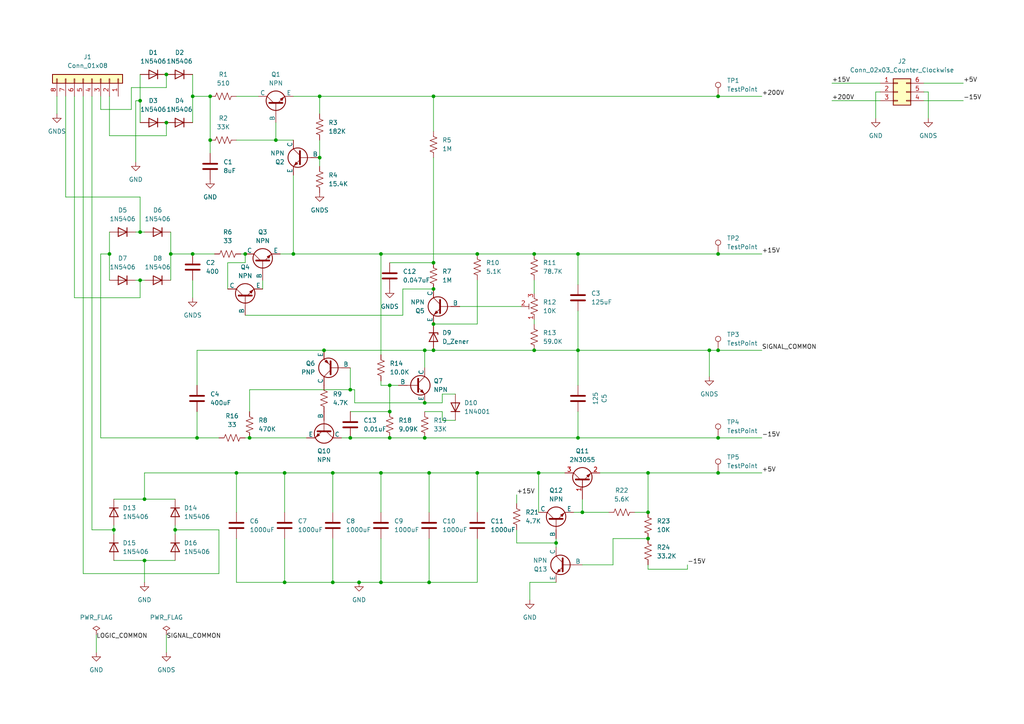
<source format=kicad_sch>
(kicad_sch (version 20230121) (generator eeschema)
  (paper "A4")
  (lib_symbols
    (symbol "Connector:TestPoint" (pin_numbers hide) (pin_names (offset 0.762) hide)
      (property "Reference" "TP" (at 0 6.858 0))
      (property "Value" "TestPoint" (at 0 5.08 0))
      (symbol "TestPoint_0_1"
        (circle (center 0 3.302) (radius 0.762))
      )
      (symbol "TestPoint_1_1"
        (pin passive line (at 0 0 90) (length 2.54) (name "1") (number "1"))
      )
    )
    (symbol "Connector_Generic:Conn_01x08" (pin_names (offset 1.016) hide)
      (property "Reference" "J" (at 0 10.16 0))
      (property "Value" "Conn_01x08" (at 0 -12.7 0))
      (symbol "Conn_01x08_1_1"
        (rectangle (start -1.27 -10.033) (end 0 -10.287) (stroke (width 0.1524)))
        (rectangle (start -1.27 -7.493) (end 0 -7.747) (stroke (width 0.1524)))
        (rectangle (start -1.27 -4.953) (end 0 -5.207) (stroke (width 0.1524)))
        (rectangle (start -1.27 -2.413) (end 0 -2.667) (stroke (width 0.1524)))
        (rectangle (start -1.27 0.127) (end 0 -0.127) (stroke (width 0.1524)))
        (rectangle (start -1.27 2.667) (end 0 2.413) (stroke (width 0.1524)))
        (rectangle (start -1.27 5.207) (end 0 4.953) (stroke (width 0.1524)))
        (rectangle (start -1.27 7.747) (end 0 7.493) (stroke (width 0.1524)))
        (rectangle (start -1.27 8.89) (end 1.27 -11.43) (stroke (width 0.254)) (fill (type background)))
        (pin passive line (at -5.08 7.62 0) (length 3.81) (name "Pin_1") (number "1"))
        (pin passive line (at -5.08 5.08 0) (length 3.81) (name "Pin_2") (number "2"))
        (pin passive line (at -5.08 2.54 0) (length 3.81) (name "Pin_3") (number "3"))
        (pin passive line (at -5.08 0 0) (length 3.81) (name "Pin_4") (number "4"))
        (pin passive line (at -5.08 -2.54 0) (length 3.81) (name "Pin_5") (number "5"))
        (pin passive line (at -5.08 -5.08 0) (length 3.81) (name "Pin_6") (number "6"))
        (pin passive line (at -5.08 -7.62 0) (length 3.81) (name "Pin_7") (number "7"))
        (pin passive line (at -5.08 -10.16 0) (length 3.81) (name "Pin_8") (number "8"))
      )
    )
    (symbol "Connector_Generic:Conn_02x03_Counter_Clockwise" (pin_names (offset 1.016) hide)
      (property "Reference" "J" (at 1.27 5.08 0))
      (property "Value" "Conn_02x03_Counter_Clockwise" (at 1.27 -5.08 0))
      (symbol "Conn_02x03_Counter_Clockwise_1_1"
        (rectangle (start -1.27 -2.413) (end 0 -2.667) (stroke (width 0.1524)))
        (rectangle (start -1.27 0.127) (end 0 -0.127) (stroke (width 0.1524)))
        (rectangle (start -1.27 2.667) (end 0 2.413) (stroke (width 0.1524)))
        (rectangle (start -1.27 3.81) (end 3.81 -3.81) (stroke (width 0.254)) (fill (type background)))
        (rectangle (start 3.81 -2.413) (end 2.54 -2.667) (stroke (width 0.1524)))
        (rectangle (start 3.81 0.127) (end 2.54 -0.127) (stroke (width 0.1524)))
        (rectangle (start 3.81 2.667) (end 2.54 2.413) (stroke (width 0.1524)))
        (pin passive line (at -5.08 2.54 0) (length 3.81) (name "Pin_1") (number "1"))
        (pin passive line (at -5.08 0 0) (length 3.81) (name "Pin_2") (number "2"))
        (pin passive line (at -5.08 -2.54 0) (length 3.81) (name "Pin_3") (number "3"))
        (pin passive line (at 7.62 -2.54 180) (length 3.81) (name "Pin_4") (number "4"))
        (pin passive line (at 7.62 0 180) (length 3.81) (name "Pin_5") (number "5"))
        (pin passive line (at 7.62 2.54 180) (length 3.81) (name "Pin_6") (number "6"))
      )
    )
    (symbol "Device:C" (pin_numbers hide) (pin_names (offset 0.254))
      (property "Reference" "C" (at 0.635 2.54 0))
      (property "Value" "C" (at 0.635 -2.54 0))
      (symbol "C_0_1"
        (polyline (pts (xy -2.032 -0.762) (xy 2.032 -0.762)) (stroke (width 0.508)))
        (polyline (pts (xy -2.032 0.762) (xy 2.032 0.762)) (stroke (width 0.508)))
      )
      (symbol "C_1_1"
        (pin passive line (at 0 3.81 270) (length 2.794) (name "~") (number "1"))
        (pin passive line (at 0 -3.81 90) (length 2.794) (name "~") (number "2"))
      )
    )
    (symbol "Device:D_Zener" (pin_numbers hide) (pin_names (offset 1.016) hide)
      (property "Reference" "D" (at 0 2.54 0))
      (property "Value" "D_Zener" (at 0 -2.54 0))
      (symbol "D_Zener_0_1"
        (polyline (pts (xy 1.27 0) (xy -1.27 0)))
        (polyline (pts (xy -1.27 -1.27) (xy -1.27 1.27) (xy -0.762 1.27)) (stroke (width 0.254)))
        (polyline (pts (xy 1.27 -1.27) (xy 1.27 1.27) (xy -1.27 0) (xy 1.27 -1.27)) (stroke (width 0.254)))
      )
      (symbol "D_Zener_1_1"
        (pin passive line (at -3.81 0 0) (length 2.54) (name "K") (number "1"))
        (pin passive line (at 3.81 0 180) (length 2.54) (name "A") (number "2"))
      )
    )
    (symbol "Device:R_Potentiometer_Trim_US" (pin_names (offset 1.016) hide)
      (property "Reference" "RV" (at -4.445 0 90))
      (property "Value" "R_Potentiometer_Trim_US" (at -2.54 0 90))
      (symbol "R_Potentiometer_Trim_US_0_1"
        (polyline (pts (xy 0 -2.286) (xy 0 -2.54)))
        (polyline (pts (xy 0 2.286) (xy 0 2.54)))
        (polyline (pts (xy 1.524 0.762) (xy 1.524 -0.762)))
        (polyline (pts (xy 2.54 0) (xy 1.524 0)))
        (polyline (pts (xy 0 -0.762) (xy 1.016 -1.143) (xy 0 -1.524) (xy -1.016 -1.905) (xy 0 -2.286)))
        (polyline (pts (xy 0 0.762) (xy 1.016 0.381) (xy 0 0) (xy -1.016 -0.381) (xy 0 -0.762)))
        (polyline (pts (xy 0 2.286) (xy 1.016 1.905) (xy 0 1.524) (xy -1.016 1.143) (xy 0 0.762)))
      )
      (symbol "R_Potentiometer_Trim_US_1_1"
        (pin passive line (at 0 3.81 270) (length 1.27) (name "1") (number "1"))
        (pin passive line (at 3.81 0 180) (length 1.27) (name "2") (number "2"))
        (pin passive line (at 0 -3.81 90) (length 1.27) (name "3") (number "3"))
      )
    )
    (symbol "Device:R_US" (pin_numbers hide) (pin_names (offset 0))
      (property "Reference" "R" (at 2.54 0 90))
      (property "Value" "R_US" (at -2.54 0 90))
      (symbol "R_US_0_1"
        (polyline (pts (xy 0 -2.286) (xy 0 -2.54)))
        (polyline (pts (xy 0 2.286) (xy 0 2.54)))
        (polyline (pts (xy 0 -0.762) (xy 1.016 -1.143) (xy 0 -1.524) (xy -1.016 -1.905) (xy 0 -2.286)))
        (polyline (pts (xy 0 0.762) (xy 1.016 0.381) (xy 0 0) (xy -1.016 -0.381) (xy 0 -0.762)))
        (polyline (pts (xy 0 2.286) (xy 1.016 1.905) (xy 0 1.524) (xy -1.016 1.143) (xy 0 0.762)))
      )
      (symbol "R_US_1_1"
        (pin passive line (at 0 3.81 270) (length 1.27) (name "~") (number "1"))
        (pin passive line (at 0 -3.81 90) (length 1.27) (name "~") (number "2"))
      )
    )
    (symbol "Diode:1N4001" (pin_numbers hide) (pin_names hide)
      (property "Reference" "D" (at 0 2.54 0))
      (property "Value" "1N4001" (at 0 -2.54 0))
      (symbol "1N4001_0_1"
        (polyline (pts (xy -1.27 1.27) (xy -1.27 -1.27)) (stroke (width 0.254)))
        (polyline (pts (xy 1.27 0) (xy -1.27 0)))
        (polyline (pts (xy 1.27 1.27) (xy 1.27 -1.27) (xy -1.27 0) (xy 1.27 1.27)) (stroke (width 0.254)))
      )
      (symbol "1N4001_1_1"
        (pin passive line (at -3.81 0 0) (length 2.54) (name "K") (number "1"))
        (pin passive line (at 3.81 0 180) (length 2.54) (name "A") (number "2"))
      )
    )
    (symbol "Diode:1N5406" (pin_numbers hide) (pin_names hide)
      (property "Reference" "D" (at 0 2.54 0))
      (property "Value" "1N5406" (at 0 -2.54 0))
      (symbol "1N5406_0_1"
        (polyline (pts (xy -1.27 1.27) (xy -1.27 -1.27)) (stroke (width 0.254)))
        (polyline (pts (xy 1.27 0) (xy -1.27 0)))
        (polyline (pts (xy 1.27 1.27) (xy 1.27 -1.27) (xy -1.27 0) (xy 1.27 1.27)) (stroke (width 0.254)))
      )
      (symbol "1N5406_1_1"
        (pin passive line (at -3.81 0 0) (length 2.54) (name "K") (number "1"))
        (pin passive line (at 3.81 0 180) (length 2.54) (name "A") (number "2"))
      )
    )
    (symbol "Simulation_SPICE:NPN" (pin_numbers hide) (pin_names (offset 0))
      (property "Reference" "Q" (at -2.54 7.62 0))
      (property "Value" "NPN" (at -2.54 5.08 0))
      (symbol "NPN_0_1"
        (polyline (pts (xy -2.54 0) (xy 0.635 0)) (stroke (width 0.1524)))
        (polyline (pts (xy 0.635 0.635) (xy 2.54 2.54)))
        (polyline (pts (xy 2.794 -1.27) (xy 2.794 -1.27)) (stroke (width 0.1524)))
        (polyline (pts (xy 2.794 -1.27) (xy 2.794 -1.27)) (stroke (width 0.1524)))
        (polyline (pts (xy 0.635 -0.635) (xy 2.54 -2.54) (xy 2.54 -2.54)))
        (polyline (pts (xy 0.635 1.905) (xy 0.635 -1.905) (xy 0.635 -1.905)) (stroke (width 0.508)))
        (polyline (pts (xy 1.27 -1.778) (xy 1.778 -1.27) (xy 2.286 -2.286) (xy 1.27 -1.778) (xy 1.27 -1.778)) (fill (type outline)))
        (circle (center 1.27 0) (radius 2.8194) (stroke (width 0.254)))
      )
      (symbol "NPN_1_1"
        (pin open_collector line (at 2.54 5.08 270) (length 2.54) (name "C") (number "1"))
        (pin input line (at -5.08 0 0) (length 2.54) (name "B") (number "2"))
        (pin open_emitter line (at 2.54 -5.08 90) (length 2.54) (name "E") (number "3"))
      )
    )
    (symbol "Simulation_SPICE:PNP" (pin_numbers hide) (pin_names (offset 0))
      (property "Reference" "Q" (at -2.54 7.62 0))
      (property "Value" "PNP" (at -2.54 5.08 0))
      (symbol "PNP_0_1"
        (polyline (pts (xy -2.54 0) (xy 0.635 0)) (stroke (width 0.1524)))
        (polyline (pts (xy 0.635 0.635) (xy 2.54 2.54)))
        (polyline (pts (xy 0.635 -0.635) (xy 2.54 -2.54) (xy 2.54 -2.54)))
        (polyline (pts (xy 0.635 1.905) (xy 0.635 -1.905) (xy 0.635 -1.905)) (stroke (width 0.508)))
        (polyline (pts (xy 2.286 -1.778) (xy 1.778 -2.286) (xy 1.27 -1.27) (xy 2.286 -1.778) (xy 2.286 -1.778)) (fill (type outline)))
        (circle (center 1.27 0) (radius 2.8194) (stroke (width 0.254)))
      )
      (symbol "PNP_1_1"
        (pin open_collector line (at 2.54 5.08 270) (length 2.54) (name "C") (number "1"))
        (pin input line (at -5.08 0 0) (length 2.54) (name "B") (number "2"))
        (pin open_emitter line (at 2.54 -5.08 90) (length 2.54) (name "E") (number "3"))
      )
    )
    (symbol "Transistor_BJT:2N3055" (pin_names (offset 0) hide)
      (property "Reference" "Q" (at 5.08 1.905 0))
      (property "Value" "2N3055" (at 5.08 0 0))
      (symbol "2N3055_0_1"
        (polyline (pts (xy 0.635 0.635) (xy 2.54 2.54)))
        (polyline (pts (xy 0.635 -0.635) (xy 2.54 -2.54) (xy 2.54 -2.54)))
        (polyline (pts (xy 0.635 1.905) (xy 0.635 -1.905) (xy 0.635 -1.905)) (stroke (width 0.508)))
        (polyline (pts (xy 1.27 -1.778) (xy 1.778 -1.27) (xy 2.286 -2.286) (xy 1.27 -1.778) (xy 1.27 -1.778)) (fill (type outline)))
        (circle (center 1.27 0) (radius 2.8194) (stroke (width 0.254)))
      )
      (symbol "2N3055_1_1"
        (pin input line (at -5.08 0 0) (length 5.715) (name "B") (number "1"))
        (pin passive line (at 2.54 -5.08 90) (length 2.54) (name "E") (number "2"))
        (pin passive line (at 2.54 5.08 270) (length 2.54) (name "C") (number "3"))
      )
    )
    (symbol "power:GND" (power) (pin_names (offset 0))
      (property "Value" "GND" (at 0 -3.81 0))
      (symbol "GND_0_1"
        (polyline (pts (xy 0 0) (xy 0 -1.27) (xy 1.27 -1.27) (xy 0 -2.54) (xy -1.27 -1.27) (xy 0 -1.27)))
      )
      (symbol "GND_1_1"
        (pin power_in line (at 0 0 270) (length 0) hide (name "GND") (number "1"))
      )
    )
    (symbol "power:GNDS" (power) (pin_names (offset 0))
      (property "Value" "GNDS" (at 0 -3.81 0))
      (symbol "GNDS_0_1"
        (polyline (pts (xy 0 0) (xy 0 -1.27) (xy 1.27 -1.27) (xy 0 -2.54) (xy -1.27 -1.27) (xy 0 -1.27)))
      )
      (symbol "GNDS_1_1"
        (pin power_in line (at 0 0 270) (length 0) hide (name "GNDS") (number "1"))
      )
    )
    (symbol "power:PWR_FLAG" (power) (pin_numbers hide) (pin_names (offset 0) hide)
      (property "Value" "PWR_FLAG" (at 0 3.81 0))
      (symbol "PWR_FLAG_0_0"
        (pin power_out line (at 0 0 90) (length 0) (name "pwr") (number "1"))
      )
      (symbol "PWR_FLAG_0_1"
        (polyline (pts (xy 0 0) (xy 0 1.27) (xy -1.016 1.905) (xy 0 2.54) (xy 1.016 1.905) (xy 0 1.27)))
      )
    )
  )
  (junction (at 187.96 137.16))
  (junction (at 161.29 157.48))
  (junction (at 154.94 101.6))
  (junction (at 123.19 127))
  (junction (at 154.94 73.66))
  (junction (at 208.28 27.94))
  (junction (at 72.39 127))
  (junction (at 156.21 137.16))
  (junction (at 49.53 73.66))
  (junction (at 60.96 40.64))
  (junction (at 40.64 29.21))
  (junction (at 92.71 27.94))
  (junction (at 68.58 137.16))
  (junction (at 138.43 73.66))
  (junction (at 101.6 113.03))
  (junction (at 113.03 127))
  (junction (at 124.46 168.91))
  (junction (at 208.28 137.16))
  (junction (at 40.64 81.28))
  (junction (at 55.88 73.66))
  (junction (at 82.55 168.91))
  (junction (at 167.64 73.66))
  (junction (at 168.91 148.59))
  (junction (at 208.28 127))
  (junction (at 124.46 137.16))
  (junction (at 50.8 153.67))
  (junction (at 123.19 116.84))
  (junction (at 96.52 137.16))
  (junction (at 40.64 67.31))
  (junction (at 208.28 101.6))
  (junction (at 80.01 40.64))
  (junction (at 187.96 148.59))
  (junction (at 125.73 93.98))
  (junction (at 82.55 137.16))
  (junction (at 41.91 144.78))
  (junction (at 187.96 156.21))
  (junction (at 125.73 27.94))
  (junction (at 71.12 73.66))
  (junction (at 55.88 27.94))
  (junction (at 48.26 35.56))
  (junction (at 85.09 73.66))
  (junction (at 110.49 73.66))
  (junction (at 48.26 21.59))
  (junction (at 31.75 73.66))
  (junction (at 96.52 168.91))
  (junction (at 101.6 127))
  (junction (at 167.64 101.6))
  (junction (at 125.73 101.6))
  (junction (at 60.96 27.94))
  (junction (at 167.64 127))
  (junction (at 125.73 83.82))
  (junction (at 104.14 168.91))
  (junction (at 110.49 137.16))
  (junction (at 92.71 45.72))
  (junction (at 113.03 111.76))
  (junction (at 93.98 101.6))
  (junction (at 57.15 127))
  (junction (at 110.49 168.91))
  (junction (at 123.19 101.6))
  (junction (at 33.02 153.67))
  (junction (at 125.73 76.2))
  (junction (at 138.43 137.16))
  (junction (at 205.74 101.6))
  (junction (at 41.91 162.56))
  (junction (at 208.28 73.66))
  (junction (at 113.03 119.38))
  (wire (pts (xy 149.86 153.67) (xy 149.86 157.48)))
  (wire (pts (xy 85.09 73.66) (xy 110.49 73.66)))
  (wire (pts (xy 113.03 127) (xy 123.19 127)))
  (wire (pts (xy 71.12 91.44) (xy 116.84 91.44)))
  (wire (pts (xy 113.03 111.76) (xy 115.57 111.76)))
  (wire (pts (xy 154.94 101.6) (xy 167.64 101.6)))
  (wire (pts (xy 40.64 29.21) (xy 40.64 35.56)))
  (wire (pts (xy 168.91 148.59) (xy 168.91 144.78)))
  (wire (pts (xy 68.58 156.21) (xy 68.58 168.91)))
  (wire (pts (xy 177.8 163.83) (xy 177.8 156.21)))
  (wire (pts (xy 125.73 101.6) (xy 154.94 101.6)))
  (wire (pts (xy 254 26.67) (xy 255.27 26.67)))
  (wire (pts (xy 123.19 101.6) (xy 123.19 106.68)))
  (wire (pts (xy 132.08 114.3) (xy 128.27 114.3)))
  (wire (pts (xy 72.39 113.03) (xy 101.6 113.03)))
  (wire (pts (xy 85.09 50.8) (xy 85.09 73.66)))
  (wire (pts (xy 38.1 31.75) (xy 38.1 25.4)))
  (wire (pts (xy 167.64 127) (xy 208.28 127)))
  (wire (pts (xy 71.12 73.66) (xy 69.85 73.66)))
  (wire (pts (xy 24.13 166.37) (xy 63.5 166.37)))
  (wire (pts (xy 55.88 27.94) (xy 60.96 27.94)))
  (wire (pts (xy 92.71 45.72) (xy 92.71 48.26)))
  (wire (pts (xy 29.21 73.66) (xy 31.75 73.66)))
  (wire (pts (xy 63.5 166.37) (xy 63.5 153.67)))
  (wire (pts (xy 72.39 119.38) (xy 72.39 113.03)))
  (wire (pts (xy 267.97 24.13) (xy 279.4 24.13)))
  (wire (pts (xy 72.39 127) (xy 71.12 127)))
  (wire (pts (xy 128.27 114.3) (xy 128.27 116.84)))
  (wire (pts (xy 113.03 76.2) (xy 125.73 76.2)))
  (wire (pts (xy 125.73 38.1) (xy 125.73 27.94)))
  (wire (pts (xy 68.58 137.16) (xy 82.55 137.16)))
  (wire (pts (xy 99.06 127) (xy 101.6 127)))
  (wire (pts (xy 149.86 157.48) (xy 161.29 157.48)))
  (wire (pts (xy 138.43 156.21) (xy 138.43 168.91)))
  (wire (pts (xy 205.74 109.22) (xy 205.74 101.6)))
  (wire (pts (xy 96.52 168.91) (xy 82.55 168.91)))
  (wire (pts (xy 110.49 73.66) (xy 110.49 102.87)))
  (wire (pts (xy 49.53 67.31) (xy 49.53 73.66)))
  (wire (pts (xy 31.75 67.31) (xy 31.75 73.66)))
  (wire (pts (xy 92.71 27.94) (xy 125.73 27.94)))
  (wire (pts (xy 21.59 86.36) (xy 40.64 86.36)))
  (wire (pts (xy 33.02 152.4) (xy 33.02 153.67)))
  (wire (pts (xy 208.28 73.66) (xy 220.98 73.66)))
  (wire (pts (xy 167.64 101.6) (xy 205.74 101.6)))
  (wire (pts (xy 254 26.67) (xy 254 34.29)))
  (wire (pts (xy 39.37 81.28) (xy 40.64 81.28)))
  (wire (pts (xy 102.87 116.84) (xy 102.87 113.03)))
  (wire (pts (xy 63.5 127) (xy 57.15 127)))
  (wire (pts (xy 48.26 184.15) (xy 48.26 189.23)))
  (wire (pts (xy 110.49 148.59) (xy 110.49 137.16)))
  (wire (pts (xy 138.43 73.66) (xy 154.94 73.66)))
  (wire (pts (xy 68.58 148.59) (xy 68.58 137.16)))
  (wire (pts (xy 92.71 33.02) (xy 92.71 27.94)))
  (wire (pts (xy 168.91 163.83) (xy 177.8 163.83)))
  (wire (pts (xy 55.88 73.66) (xy 62.23 73.66)))
  (wire (pts (xy 60.96 27.94) (xy 60.96 40.64)))
  (wire (pts (xy 55.88 21.59) (xy 55.88 27.94)))
  (wire (pts (xy 41.91 162.56) (xy 41.91 168.91)))
  (wire (pts (xy 60.96 40.64) (xy 60.96 44.45)))
  (wire (pts (xy 241.3 29.21) (xy 255.27 29.21)))
  (wire (pts (xy 29.21 127) (xy 29.21 73.66)))
  (wire (pts (xy 123.19 127) (xy 167.64 127)))
  (wire (pts (xy 208.28 137.16) (xy 220.98 137.16)))
  (wire (pts (xy 49.53 73.66) (xy 49.53 81.28)))
  (wire (pts (xy 68.58 40.64) (xy 80.01 40.64)))
  (wire (pts (xy 167.64 101.6) (xy 167.64 111.76)))
  (wire (pts (xy 40.64 86.36) (xy 40.64 81.28)))
  (wire (pts (xy 184.15 148.59) (xy 187.96 148.59)))
  (wire (pts (xy 19.05 27.94) (xy 19.05 57.15)))
  (wire (pts (xy 50.8 153.67) (xy 63.5 153.67)))
  (wire (pts (xy 168.91 148.59) (xy 176.53 148.59)))
  (wire (pts (xy 85.09 27.94) (xy 92.71 27.94)))
  (wire (pts (xy 208.28 27.94) (xy 220.98 27.94)))
  (wire (pts (xy 167.64 73.66) (xy 208.28 73.66)))
  (wire (pts (xy 138.43 148.59) (xy 138.43 137.16)))
  (wire (pts (xy 50.8 152.4) (xy 50.8 153.67)))
  (wire (pts (xy 26.67 153.67) (xy 33.02 153.67)))
  (wire (pts (xy 40.64 81.28) (xy 41.91 81.28)))
  (wire (pts (xy 128.27 121.92) (xy 132.08 121.92)))
  (wire (pts (xy 16.51 27.94) (xy 16.51 33.02)))
  (wire (pts (xy 116.84 91.44) (xy 116.84 83.82)))
  (wire (pts (xy 208.28 127) (xy 220.98 127)))
  (wire (pts (xy 68.58 168.91) (xy 82.55 168.91)))
  (wire (pts (xy 39.37 29.21) (xy 39.37 46.99)))
  (wire (pts (xy 27.94 184.15) (xy 27.94 189.23)))
  (wire (pts (xy 269.24 26.67) (xy 269.24 34.29)))
  (wire (pts (xy 138.43 137.16) (xy 156.21 137.16)))
  (wire (pts (xy 138.43 81.28) (xy 138.43 93.98)))
  (wire (pts (xy 48.26 25.4) (xy 48.26 21.59)))
  (wire (pts (xy 124.46 156.21) (xy 124.46 168.91)))
  (wire (pts (xy 85.09 73.66) (xy 81.28 73.66)))
  (wire (pts (xy 33.02 162.56) (xy 41.91 162.56)))
  (wire (pts (xy 92.71 40.64) (xy 92.71 45.72)))
  (wire (pts (xy 48.26 35.56) (xy 48.26 39.37)))
  (wire (pts (xy 113.03 119.38) (xy 113.03 111.76)))
  (wire (pts (xy 124.46 148.59) (xy 124.46 137.16)))
  (wire (pts (xy 40.64 21.59) (xy 40.64 29.21)))
  (wire (pts (xy 177.8 156.21) (xy 187.96 156.21)))
  (wire (pts (xy 166.37 148.59) (xy 168.91 148.59)))
  (wire (pts (xy 66.04 76.2) (xy 71.12 76.2)))
  (wire (pts (xy 128.27 119.38) (xy 128.27 121.92)))
  (wire (pts (xy 110.49 111.76) (xy 113.03 111.76)))
  (wire (pts (xy 187.96 165.1) (xy 187.96 163.83)))
  (wire (pts (xy 167.64 119.38) (xy 167.64 127)))
  (wire (pts (xy 267.97 29.21) (xy 279.4 29.21)))
  (wire (pts (xy 167.64 73.66) (xy 167.64 82.55)))
  (wire (pts (xy 96.52 148.59) (xy 96.52 137.16)))
  (wire (pts (xy 80.01 40.64) (xy 85.09 40.64)))
  (wire (pts (xy 133.35 88.9) (xy 151.13 88.9)))
  (wire (pts (xy 161.29 157.48) (xy 161.29 158.75)))
  (wire (pts (xy 82.55 137.16) (xy 82.55 148.59)))
  (wire (pts (xy 128.27 116.84) (xy 123.19 116.84)))
  (wire (pts (xy 102.87 113.03) (xy 101.6 113.03)))
  (wire (pts (xy 208.28 101.6) (xy 220.98 101.6)))
  (wire (pts (xy 55.88 73.66) (xy 49.53 73.66)))
  (wire (pts (xy 110.49 111.76) (xy 110.49 110.49)))
  (wire (pts (xy 26.67 27.94) (xy 26.67 153.67)))
  (wire (pts (xy 101.6 119.38) (xy 113.03 119.38)))
  (wire (pts (xy 33.02 153.67) (xy 33.02 154.94)))
  (wire (pts (xy 21.59 27.94) (xy 21.59 86.36)))
  (wire (pts (xy 154.94 81.28) (xy 154.94 85.09)))
  (wire (pts (xy 29.21 31.75) (xy 38.1 31.75)))
  (wire (pts (xy 199.39 165.1) (xy 187.96 165.1)))
  (wire (pts (xy 31.75 39.37) (xy 48.26 39.37)))
  (wire (pts (xy 19.05 57.15) (xy 40.64 57.15)))
  (wire (pts (xy 138.43 137.16) (xy 124.46 137.16)))
  (wire (pts (xy 124.46 137.16) (xy 110.49 137.16)))
  (wire (pts (xy 125.73 45.72) (xy 125.73 76.2)))
  (wire (pts (xy 39.37 67.31) (xy 40.64 67.31)))
  (wire (pts (xy 124.46 168.91) (xy 138.43 168.91)))
  (wire (pts (xy 96.52 137.16) (xy 82.55 137.16)))
  (wire (pts (xy 173.99 137.16) (xy 187.96 137.16)))
  (wire (pts (xy 50.8 153.67) (xy 50.8 154.94)))
  (wire (pts (xy 57.15 111.76) (xy 57.15 101.6)))
  (wire (pts (xy 123.19 119.38) (xy 128.27 119.38)))
  (wire (pts (xy 93.98 101.6) (xy 123.19 101.6)))
  (wire (pts (xy 124.46 168.91) (xy 110.49 168.91)))
  (wire (pts (xy 208.28 137.16) (xy 187.96 137.16)))
  (wire (pts (xy 104.14 168.91) (xy 96.52 168.91)))
  (wire (pts (xy 156.21 137.16) (xy 156.21 148.59)))
  (wire (pts (xy 76.2 81.28) (xy 76.2 83.82)))
  (wire (pts (xy 101.6 106.68) (xy 101.6 113.03)))
  (wire (pts (xy 267.97 26.67) (xy 269.24 26.67)))
  (wire (pts (xy 110.49 137.16) (xy 96.52 137.16)))
  (wire (pts (xy 167.64 90.17) (xy 167.64 101.6)))
  (wire (pts (xy 40.64 67.31) (xy 41.91 67.31)))
  (wire (pts (xy 110.49 156.21) (xy 110.49 168.91)))
  (wire (pts (xy 55.88 27.94) (xy 55.88 35.56)))
  (wire (pts (xy 123.19 101.6) (xy 125.73 101.6)))
  (wire (pts (xy 101.6 127) (xy 113.03 127)))
  (wire (pts (xy 24.13 27.94) (xy 24.13 166.37)))
  (wire (pts (xy 57.15 127) (xy 29.21 127)))
  (wire (pts (xy 125.73 27.94) (xy 208.28 27.94)))
  (wire (pts (xy 80.01 40.64) (xy 80.01 35.56)))
  (wire (pts (xy 123.19 116.84) (xy 102.87 116.84)))
  (wire (pts (xy 57.15 101.6) (xy 93.98 101.6)))
  (wire (pts (xy 41.91 137.16) (xy 41.91 144.78)))
  (wire (pts (xy 96.52 156.21) (xy 96.52 168.91)))
  (wire (pts (xy 40.64 29.21) (xy 39.37 29.21)))
  (wire (pts (xy 38.1 25.4) (xy 48.26 25.4)))
  (wire (pts (xy 154.94 73.66) (xy 167.64 73.66)))
  (wire (pts (xy 187.96 148.59) (xy 187.96 137.16)))
  (wire (pts (xy 72.39 127) (xy 88.9 127)))
  (wire (pts (xy 31.75 73.66) (xy 31.75 81.28)))
  (wire (pts (xy 161.29 168.91) (xy 153.67 168.91)))
  (wire (pts (xy 29.21 27.94) (xy 29.21 31.75)))
  (wire (pts (xy 161.29 156.21) (xy 161.29 157.48)))
  (wire (pts (xy 138.43 93.98) (xy 125.73 93.98)))
  (wire (pts (xy 71.12 76.2) (xy 71.12 73.66)))
  (wire (pts (xy 110.49 168.91) (xy 104.14 168.91)))
  (wire (pts (xy 153.67 168.91) (xy 153.67 173.99)))
  (wire (pts (xy 57.15 119.38) (xy 57.15 127)))
  (wire (pts (xy 40.64 57.15) (xy 40.64 67.31)))
  (wire (pts (xy 205.74 101.6) (xy 208.28 101.6)))
  (wire (pts (xy 199.39 165.1) (xy 199.39 163.83)))
  (wire (pts (xy 116.84 83.82) (xy 125.73 83.82)))
  (wire (pts (xy 68.58 27.94) (xy 74.93 27.94)))
  (wire (pts (xy 41.91 162.56) (xy 50.8 162.56)))
  (wire (pts (xy 82.55 156.21) (xy 82.55 168.91)))
  (wire (pts (xy 156.21 137.16) (xy 163.83 137.16)))
  (wire (pts (xy 241.3 24.13) (xy 255.27 24.13)))
  (wire (pts (xy 41.91 144.78) (xy 50.8 144.78)))
  (wire (pts (xy 31.75 27.94) (xy 31.75 39.37)))
  (wire (pts (xy 55.88 81.28) (xy 55.88 86.36)))
  (wire (pts (xy 110.49 73.66) (xy 138.43 73.66)))
  (wire (pts (xy 154.94 92.71) (xy 154.94 93.98)))
  (wire (pts (xy 68.58 137.16) (xy 41.91 137.16)))
  (wire (pts (xy 33.02 144.78) (xy 41.91 144.78)))
  (wire (pts (xy 149.86 143.51) (xy 149.86 146.05)))
  (wire (pts (xy 66.04 83.82) (xy 66.04 76.2)))
  (label "+15V" (at 220.98 73.66 0))
  (label "-15V" (at 279.4 29.21 0))
  (label "LOGIC_COMMON" (at 27.94 185.42 0))
  (label "+15V" (at 149.86 143.51 0))
  (label "+5V" (at 279.4 24.13 0))
  (label "SIGNAL_COMMON" (at 48.26 185.42 0))
  (label "+200V" (at 241.3 29.21 0))
  (label "-15V" (at 220.98 127 0))
  (label "SIGNAL_COMMON" (at 220.98 101.6 0))
  (label "+5V" (at 220.98 137.16 0))
  (label "-15V" (at 199.39 163.83 0))
  (label "+200V" (at 220.98 27.94 0))
  (label "+15V" (at 241.3 24.13 0))
  (symbol (lib_id "power:GNDS") (at 205.74 109.22 0) (unit 1)
    (property "Reference" "#PWR01" (effects hide))
    (property "Value" "GNDS" (at 205.74 114.3 0))
  )
  (symbol (lib_id "Diode:1N5406") (at 33.02 158.75 270) (unit 1)
    (property "Reference" "D15" (at 35.56 157.48 90) (effects (justify left)))
    (property "Value" "1N5406" (at 35.56 160.02 90) (effects (justify left)))
    (property "Footprint" "Diode_THT:D_DO-201AD_P15.24mm_Horizontal" (effects hide))
    (property "Datasheet" "http://www.vishay.com/docs/88516/1n5400.pdf" (effects hide))
    (property "Sim.Device" "D" (effects hide))
    (property "Sim.Pins" "1=K 2=A" (effects hide))
  )
  (symbol (lib_id "Connector:TestPoint") (at 208.28 137.16 0) (unit 1)
    (property "Reference" "TP5" (at 210.82 132.588 0) (effects (justify left)))
    (property "Value" "TestPoint" (at 210.82 135.128 0) (effects (justify left)))
  )
  (symbol (lib_id "Connector:TestPoint") (at 208.28 101.6 0) (unit 1)
    (property "Reference" "TP3" (at 210.82 97.028 0) (effects (justify left)))
    (property "Value" "TestPoint" (at 210.82 99.568 0) (effects (justify left)))
  )
  (symbol (lib_id "Device:R_US") (at 125.73 41.91 0) (unit 1)
    (property "Reference" "R5" (at 128.27 40.64 0) (effects (justify left)))
    (property "Value" "1M" (at 128.27 43.18 0) (effects (justify left)))
  )
  (symbol (lib_id "Device:C") (at 96.52 152.4 0) (unit 1)
    (property "Reference" "C8" (at 100.33 151.13 0) (effects (justify left)))
    (property "Value" "1000uF" (at 100.33 153.67 0) (effects (justify left)))
  )
  (symbol (lib_id "Device:R_US") (at 187.96 152.4 180) (unit 1)
    (property "Reference" "R23" (at 190.5 151.13 0) (effects (justify right)))
    (property "Value" "10K" (at 190.5 153.67 0) (effects (justify right)))
  )
  (symbol (lib_id "Device:C") (at 167.64 86.36 180) (unit 1)
    (property "Reference" "C3" (at 171.45 85.09 0) (effects (justify right)))
    (property "Value" "125uF" (at 171.45 87.63 0) (effects (justify right)))
  )
  (symbol (lib_id "Simulation_SPICE:NPN") (at 128.27 88.9 0) (mirror y) (unit 1)
    (property "Reference" "Q5" (at 123.19 90.17 0) (effects (justify left)))
    (property "Value" "NPN" (at 123.19 87.63 0) (effects (justify left)))
    (property "Sim.Device" "NPN" (effects hide))
    (property "Sim.Type" "GUMMELPOON" (effects hide))
    (property "Sim.Pins" "1=C 2=B 3=E" (effects hide))
  )
  (symbol (lib_id "Device:R_US") (at 72.39 123.19 0) (unit 1)
    (property "Reference" "R8" (at 74.93 121.92 0) (effects (justify left)))
    (property "Value" "470K" (at 74.93 124.46 0) (effects (justify left)))
  )
  (symbol (lib_id "Device:R_US") (at 64.77 27.94 90) (unit 1)
    (property "Reference" "R1" (at 64.77 21.59 90))
    (property "Value" "510" (at 64.77 24.13 90))
  )
  (symbol (lib_id "Diode:1N5406") (at 52.07 35.56 180) (unit 1)
    (property "Reference" "D4" (at 52.07 29.21 0))
    (property "Value" "1N5406" (at 52.07 31.75 0))
    (property "Footprint" "Diode_THT:D_DO-201AD_P15.24mm_Horizontal" (effects hide))
    (property "Datasheet" "http://www.vishay.com/docs/88516/1n5400.pdf" (effects hide))
    (property "Sim.Device" "D" (effects hide))
    (property "Sim.Pins" "1=K 2=A" (effects hide))
  )
  (symbol (lib_id "Device:R_Potentiometer_Trim_US") (at 154.94 88.9 180) (unit 1)
    (property "Reference" "R12" (at 157.48 87.63 0) (effects (justify right)))
    (property "Value" "10K" (at 157.48 90.17 0) (effects (justify right)))
  )
  (symbol (lib_id "Diode:1N5406") (at 35.56 67.31 180) (unit 1)
    (property "Reference" "D5" (at 35.56 60.96 0))
    (property "Value" "1N5406" (at 35.56 63.5 0))
    (property "Footprint" "Diode_THT:D_DO-201AD_P15.24mm_Horizontal" (effects hide))
    (property "Datasheet" "http://www.vishay.com/docs/88516/1n5400.pdf" (effects hide))
    (property "Sim.Device" "D" (effects hide))
    (property "Sim.Pins" "1=K 2=A" (effects hide))
  )
  (symbol (lib_id "Device:R_US") (at 180.34 148.59 90) (unit 1)
    (property "Reference" "R22" (at 180.34 142.24 90))
    (property "Value" "5.6K" (at 180.34 144.78 90))
  )
  (symbol (lib_id "Device:C") (at 167.64 115.57 0) (unit 1)
    (property "Reference" "C5" (at 175.26 115.57 90))
    (property "Value" "125" (at 172.72 115.57 90))
  )
  (symbol (lib_id "power:GND") (at 39.37 46.99 0) (unit 1)
    (property "Reference" "#PWR04" (effects hide))
    (property "Value" "GND" (at 39.37 52.07 0))
  )
  (symbol (lib_id "Diode:1N5406") (at 44.45 21.59 180) (unit 1)
    (property "Reference" "D1" (at 44.45 15.24 0))
    (property "Value" "1N5406" (at 44.45 17.78 0))
    (property "Footprint" "Diode_THT:D_DO-201AD_P15.24mm_Horizontal" (effects hide))
    (property "Datasheet" "http://www.vishay.com/docs/88516/1n5400.pdf" (effects hide))
    (property "Sim.Device" "D" (effects hide))
    (property "Sim.Pins" "1=K 2=A" (effects hide))
  )
  (symbol (lib_id "Diode:1N5406") (at 35.56 81.28 180) (unit 1)
    (property "Reference" "D7" (at 35.56 74.93 0))
    (property "Value" "1N5406" (at 35.56 77.47 0))
    (property "Footprint" "Diode_THT:D_DO-201AD_P15.24mm_Horizontal" (effects hide))
    (property "Datasheet" "http://www.vishay.com/docs/88516/1n5400.pdf" (effects hide))
    (property "Sim.Device" "D" (effects hide))
    (property "Sim.Pins" "1=K 2=A" (effects hide))
  )
  (symbol (lib_id "Simulation_SPICE:NPN") (at 80.01 30.48 90) (unit 1)
    (property "Reference" "Q1" (at 80.01 21.59 90))
    (property "Value" "NPN" (at 80.01 24.13 90))
    (property "Sim.Device" "NPN" (effects hide))
    (property "Sim.Type" "GUMMELPOON" (effects hide))
    (property "Sim.Pins" "1=C 2=B 3=E" (effects hide))
  )
  (symbol (lib_id "Diode:1N5406") (at 45.72 67.31 180) (unit 1)
    (property "Reference" "D6" (at 45.72 60.96 0))
    (property "Value" "1N5406" (at 45.72 63.5 0))
    (property "Footprint" "Diode_THT:D_DO-201AD_P15.24mm_Horizontal" (effects hide))
    (property "Datasheet" "http://www.vishay.com/docs/88516/1n5400.pdf" (effects hide))
    (property "Sim.Device" "D" (effects hide))
    (property "Sim.Pins" "1=K 2=A" (effects hide))
  )
  (symbol (lib_id "power:GND") (at 153.67 173.99 0) (unit 1)
    (property "Reference" "#PWR08" (effects hide))
    (property "Value" "GND" (at 153.67 179.07 0))
  )
  (symbol (lib_id "Device:C") (at 68.58 152.4 0) (unit 1)
    (property "Reference" "C6" (at 72.39 151.13 0) (effects (justify left)))
    (property "Value" "1000uF" (at 72.39 153.67 0) (effects (justify left)))
  )
  (symbol (lib_id "Device:R_US") (at 66.04 73.66 90) (unit 1)
    (property "Reference" "R6" (at 66.04 67.31 90))
    (property "Value" "33" (at 66.04 69.85 90))
  )
  (symbol (lib_id "power:GND") (at 254 34.29 0) (unit 1)
    (property "Reference" "#PWR09" (effects hide))
    (property "Value" "GND" (at 254 39.37 0))
  )
  (symbol (lib_id "Simulation_SPICE:NPN") (at 76.2 76.2 90) (unit 1)
    (property "Reference" "Q3" (at 76.2 67.31 90))
    (property "Value" "NPN" (at 76.2 69.85 90))
    (property "Sim.Device" "NPN" (effects hide))
    (property "Sim.Type" "GUMMELPOON" (effects hide))
    (property "Sim.Pins" "1=C 2=B 3=E" (effects hide))
  )
  (symbol (lib_id "Diode:1N4001") (at 132.08 118.11 90) (unit 1)
    (property "Reference" "D10" (at 134.62 116.84 90) (effects (justify right)))
    (property "Value" "1N4001" (at 134.62 119.38 90) (effects (justify right)))
    (property "Footprint" "Diode_THT:D_DO-41_SOD81_P10.16mm_Horizontal" (effects hide))
    (property "Datasheet" "http://www.vishay.com/docs/88503/1n4001.pdf" (effects hide))
    (property "Sim.Device" "D" (effects hide))
    (property "Sim.Pins" "1=K 2=A" (effects hide))
  )
  (symbol (lib_id "power:GND") (at 41.91 168.91 0) (unit 1)
    (property "Reference" "#PWR06" (effects hide))
    (property "Value" "GND" (at 41.91 173.99 0))
  )
  (symbol (lib_id "Device:C") (at 124.46 152.4 0) (unit 1)
    (property "Reference" "C10" (at 128.27 151.13 0) (effects (justify left)))
    (property "Value" "1000uF" (at 128.27 153.67 0) (effects (justify left)))
  )
  (symbol (lib_id "Device:C") (at 60.96 48.26 180) (unit 1)
    (property "Reference" "C1" (at 64.77 46.99 0) (effects (justify right)))
    (property "Value" "8uF" (at 64.77 49.53 0) (effects (justify right)))
  )
  (symbol (lib_id "Connector:TestPoint") (at 208.28 73.66 0) (unit 1)
    (property "Reference" "TP2" (at 210.82 69.088 0) (effects (justify left)))
    (property "Value" "TestPoint" (at 210.82 71.628 0) (effects (justify left)))
  )
  (symbol (lib_id "Device:R_US") (at 64.77 40.64 90) (unit 1)
    (property "Reference" "R2" (at 64.77 34.29 90))
    (property "Value" "33K" (at 64.77 36.83 90))
  )
  (symbol (lib_id "Device:C") (at 82.55 152.4 0) (unit 1)
    (property "Reference" "C7" (at 86.36 151.13 0) (effects (justify left)))
    (property "Value" "1000uF" (at 86.36 153.67 0) (effects (justify left)))
  )
  (symbol (lib_id "Device:R_US") (at 110.49 106.68 0) (unit 1)
    (property "Reference" "R14" (at 113.03 105.41 0) (effects (justify left)))
    (property "Value" "10.0K" (at 113.03 107.95 0) (effects (justify left)))
  )
  (symbol (lib_id "Diode:1N5406") (at 33.02 148.59 270) (unit 1)
    (property "Reference" "D13" (at 35.56 147.32 90) (effects (justify left)))
    (property "Value" "1N5406" (at 35.56 149.86 90) (effects (justify left)))
    (property "Footprint" "Diode_THT:D_DO-201AD_P15.24mm_Horizontal" (effects hide))
    (property "Datasheet" "http://www.vishay.com/docs/88516/1n5400.pdf" (effects hide))
    (property "Sim.Device" "D" (effects hide))
    (property "Sim.Pins" "1=K 2=A" (effects hide))
  )
  (symbol (lib_id "Diode:1N5406") (at 44.45 35.56 180) (unit 1)
    (property "Reference" "D3" (at 44.45 29.21 0))
    (property "Value" "1N5406" (at 44.45 31.75 0))
    (property "Footprint" "Diode_THT:D_DO-201AD_P15.24mm_Horizontal" (effects hide))
    (property "Datasheet" "http://www.vishay.com/docs/88516/1n5400.pdf" (effects hide))
    (property "Sim.Device" "D" (effects hide))
    (property "Sim.Pins" "1=K 2=A" (effects hide))
  )
  (symbol (lib_id "power:GNDS") (at 55.88 86.36 0) (unit 1)
    (property "Reference" "#PWR011" (effects hide))
    (property "Value" "GNDS" (at 55.88 91.44 0))
  )
  (symbol (lib_id "Device:D_Zener") (at 125.73 97.79 270) (unit 1)
    (property "Reference" "D9" (at 128.27 96.52 90) (effects (justify left)))
    (property "Value" "D_Zener" (at 128.27 99.06 90) (effects (justify left)))
  )
  (symbol (lib_id "Simulation_SPICE:NPN") (at 161.29 151.13 90) (unit 1)
    (property "Reference" "Q12" (at 161.29 142.24 90))
    (property "Value" "NPN" (at 161.29 144.78 90))
    (property "Sim.Device" "NPN" (effects hide))
    (property "Sim.Type" "GUMMELPOON" (effects hide))
    (property "Sim.Pins" "1=C 2=B 3=E" (effects hide))
  )
  (symbol (lib_id "Device:C") (at 113.03 80.01 180) (unit 1)
    (property "Reference" "C12" (at 116.84 78.74 0) (effects (justify right)))
    (property "Value" "0.047uF" (at 116.84 81.28 0) (effects (justify right)))
  )
  (symbol (lib_id "power:GND") (at 60.96 52.07 0) (unit 1)
    (property "Reference" "#PWR05" (effects hide))
    (property "Value" "GND" (at 60.96 57.15 0))
  )
  (symbol (lib_id "Simulation_SPICE:NPN") (at 120.65 111.76 0) (unit 1)
    (property "Reference" "Q7" (at 125.73 110.49 0) (effects (justify left)))
    (property "Value" "NPN" (at 125.73 113.03 0) (effects (justify left)))
    (property "Sim.Device" "NPN" (effects hide))
    (property "Sim.Type" "GUMMELPOON" (effects hide))
    (property "Sim.Pins" "1=C 2=B 3=E" (effects hide))
  )
  (symbol (lib_id "Device:R_US") (at 154.94 97.79 0) (unit 1)
    (property "Reference" "R13" (at 157.48 96.52 0) (effects (justify left)))
    (property "Value" "59.0K" (at 157.48 99.06 0) (effects (justify left)))
  )
  (symbol (lib_id "Device:R_US") (at 138.43 77.47 0) (unit 1)
    (property "Reference" "R10" (at 140.97 76.2 0) (effects (justify left)))
    (property "Value" "5.1K" (at 140.97 78.74 0) (effects (justify left)))
  )
  (symbol (lib_id "power:GND") (at 104.14 168.91 0) (unit 1)
    (property "Reference" "#PWR07" (effects hide))
    (property "Value" "GND" (at 104.14 173.99 0))
  )
  (symbol (lib_id "power:PWR_FLAG") (at 27.94 184.15 0) (unit 1)
    (property "Reference" "#FLG01" (effects hide))
    (property "Value" "PWR_FLAG" (at 27.94 179.07 0))
  )
  (symbol (lib_id "Simulation_SPICE:NPN") (at 71.12 86.36 90) (unit 1)
    (property "Reference" "Q4" (at 71.12 77.47 90))
    (property "Value" "NPN" (at 71.12 80.01 90))
    (property "Sim.Device" "NPN" (effects hide))
    (property "Sim.Type" "GUMMELPOON" (effects hide))
    (property "Sim.Pins" "1=C 2=B 3=E" (effects hide))
  )
  (symbol (lib_id "Device:R_US") (at 113.03 123.19 180) (unit 1)
    (property "Reference" "R18" (at 115.57 121.92 0) (effects (justify right)))
    (property "Value" "9.09K" (at 115.57 124.46 0) (effects (justify right)))
  )
  (symbol (lib_id "Diode:1N5406") (at 52.07 21.59 180) (unit 1)
    (property "Reference" "D2" (at 52.07 15.24 0))
    (property "Value" "1N5406" (at 52.07 17.78 0))
    (property "Footprint" "Diode_THT:D_DO-201AD_P15.24mm_Horizontal" (effects hide))
    (property "Datasheet" "http://www.vishay.com/docs/88516/1n5400.pdf" (effects hide))
    (property "Sim.Device" "D" (effects hide))
    (property "Sim.Pins" "1=K 2=A" (effects hide))
  )
  (symbol (lib_id "power:GNDS") (at 92.71 55.88 0) (unit 1)
    (property "Reference" "#PWR03" (effects hide))
    (property "Value" "GNDS" (at 92.71 60.96 0))
  )
  (symbol (lib_id "Simulation_SPICE:PNP") (at 96.52 106.68 180) (unit 1)
    (property "Reference" "Q6" (at 91.44 105.41 0) (effects (justify left)))
    (property "Value" "PNP" (at 91.44 107.95 0) (effects (justify left)))
    (property "Sim.Device" "PNP" (effects hide))
    (property "Sim.Type" "GUMMELPOON" (effects hide))
    (property "Sim.Pins" "1=C 2=B 3=E" (effects hide))
  )
  (symbol (lib_id "Device:R_US") (at 154.94 77.47 0) (unit 1)
    (property "Reference" "R11" (at 157.48 76.2 0) (effects (justify left)))
    (property "Value" "78.7K" (at 157.48 78.74 0) (effects (justify left)))
  )
  (symbol (lib_id "power:GND") (at 27.94 189.23 0) (unit 1)
    (property "Reference" "#PWR02" (effects hide))
    (property "Value" "GND" (at 27.94 194.31 0))
  )
  (symbol (lib_id "Device:C") (at 138.43 152.4 0) (unit 1)
    (property "Reference" "C11" (at 142.24 151.13 0) (effects (justify left)))
    (property "Value" "1000uF" (at 142.24 153.67 0) (effects (justify left)))
  )
  (symbol (lib_id "Diode:1N5406") (at 50.8 158.75 270) (unit 1)
    (property "Reference" "D16" (at 53.34 157.48 90) (effects (justify left)))
    (property "Value" "1N5406" (at 53.34 160.02 90) (effects (justify left)))
    (property "Footprint" "Diode_THT:D_DO-201AD_P15.24mm_Horizontal" (effects hide))
    (property "Datasheet" "http://www.vishay.com/docs/88516/1n5400.pdf" (effects hide))
    (property "Sim.Device" "D" (effects hide))
    (property "Sim.Pins" "1=K 2=A" (effects hide))
  )
  (symbol (lib_id "power:GNDS") (at 48.26 189.23 0) (unit 1)
    (property "Reference" "#PWR014" (effects hide))
    (property "Value" "GNDS" (at 48.26 194.31 0))
  )
  (symbol (lib_id "power:GNDS") (at 16.51 33.02 0) (unit 1)
    (property "Reference" "#PWR012" (effects hide))
    (property "Value" "GNDS" (at 16.51 38.1 0))
  )
  (symbol (lib_id "Device:R_US") (at 125.73 80.01 0) (unit 1)
    (property "Reference" "R7" (at 128.27 78.74 0) (effects (justify left)))
    (property "Value" "1M" (at 128.27 81.28 0) (effects (justify left)))
  )
  (symbol (lib_id "Device:C") (at 101.6 123.19 0) (unit 1)
    (property "Reference" "C13" (at 105.41 121.92 0) (effects (justify left)))
    (property "Value" "0.01uF" (at 105.41 124.46 0) (effects (justify left)))
  )
  (symbol (lib_id "Diode:1N5406") (at 45.72 81.28 180) (unit 1)
    (property "Reference" "D8" (at 45.72 74.93 0))
    (property "Value" "1N5406" (at 45.72 77.47 0))
    (property "Footprint" "Diode_THT:D_DO-201AD_P15.24mm_Horizontal" (effects hide))
    (property "Datasheet" "http://www.vishay.com/docs/88516/1n5400.pdf" (effects hide))
    (property "Sim.Device" "D" (effects hide))
    (property "Sim.Pins" "1=K 2=A" (effects hide))
  )
  (symbol (lib_id "power:GNDS") (at 269.24 34.29 0) (unit 1)
    (property "Reference" "#PWR010" (effects hide))
    (property "Value" "GNDS" (at 269.24 39.37 0))
  )
  (symbol (lib_id "Connector_Generic:Conn_01x08") (at 26.67 22.86 270) (mirror x) (unit 1)
    (property "Reference" "J1" (at 25.4 16.51 90))
    (property "Value" "Conn_01x08" (at 25.4 19.05 90))
  )
  (symbol (lib_id "Transistor_BJT:2N3055") (at 168.91 139.7 90) (unit 1)
    (property "Reference" "Q11" (at 168.91 130.81 90))
    (property "Value" "2N3055" (at 168.91 133.35 90))
    (property "Footprint" "Package_TO_SOT_THT:TO-3" (effects hide))
    (property "Datasheet" "http://www.onsemi.com/pub_link/Collateral/2N3055-D.PDF" (effects hide))
  )
  (symbol (lib_id "Connector_Generic:Conn_02x03_Counter_Clockwise") (at 260.35 26.67 0) (unit 1)
    (property "Reference" "J2" (at 261.62 17.78 0))
    (property "Value" "Conn_02x03_Counter_Clockwise" (at 261.62 20.32 0))
  )
  (symbol (lib_id "Simulation_SPICE:NPN") (at 93.98 124.46 270) (unit 1)
    (property "Reference" "Q10" (at 93.98 130.81 90))
    (property "Value" "NPN" (at 93.98 133.35 90))
    (property "Sim.Device" "NPN" (effects hide))
    (property "Sim.Type" "GUMMELPOON" (effects hide))
    (property "Sim.Pins" "1=C 2=B 3=E" (effects hide))
  )
  (symbol (lib_id "Device:R_US") (at 93.98 115.57 0) (unit 1)
    (property "Reference" "R9" (at 96.52 114.3 0) (effects (justify left)))
    (property "Value" "4.7K" (at 96.52 116.84 0) (effects (justify left)))
  )
  (symbol (lib_id "Simulation_SPICE:NPN") (at 87.63 45.72 0) (mirror y) (unit 1)
    (property "Reference" "Q2" (at 82.55 46.99 0) (effects (justify left)))
    (property "Value" "NPN" (at 82.55 44.45 0) (effects (justify left)))
    (property "Sim.Device" "NPN" (effects hide))
    (property "Sim.Type" "GUMMELPOON" (effects hide))
    (property "Sim.Pins" "1=C 2=B 3=E" (effects hide))
  )
  (symbol (lib_id "Connector:TestPoint") (at 208.28 127 0) (unit 1)
    (property "Reference" "TP4" (at 210.82 122.428 0) (effects (justify left)))
    (property "Value" "TestPoint" (at 210.82 124.968 0) (effects (justify left)))
  )
  (symbol (lib_id "Device:C") (at 110.49 152.4 0) (unit 1)
    (property "Reference" "C9" (at 114.3 151.13 0) (effects (justify left)))
    (property "Value" "1000uF" (at 114.3 153.67 0) (effects (justify left)))
  )
  (symbol (lib_id "Device:R_US") (at 67.31 127 90) (unit 1)
    (property "Reference" "R16" (at 67.31 120.65 90))
    (property "Value" "33" (at 67.31 123.19 90))
  )
  (symbol (lib_id "Device:C") (at 55.88 77.47 180) (unit 1)
    (property "Reference" "C2" (at 59.69 76.2 0) (effects (justify right)))
    (property "Value" "400" (at 59.69 78.74 0) (effects (justify right)))
  )
  (symbol (lib_id "Device:R_US") (at 123.19 123.19 180) (unit 1)
    (property "Reference" "R19" (at 125.73 121.92 0) (effects (justify right)))
    (property "Value" "33K" (at 125.73 124.46 0) (effects (justify right)))
  )
  (symbol (lib_id "Device:R_US") (at 92.71 36.83 180) (unit 1)
    (property "Reference" "R3" (at 95.25 35.56 0) (effects (justify right)))
    (property "Value" "182K" (at 95.25 38.1 0) (effects (justify right)))
  )
  (symbol (lib_id "Simulation_SPICE:NPN") (at 163.83 163.83 0) (mirror y) (unit 1)
    (property "Reference" "Q13" (at 158.75 165.1 0) (effects (justify left)))
    (property "Value" "NPN" (at 158.75 162.56 0) (effects (justify left)))
    (property "Sim.Device" "NPN" (effects hide))
    (property "Sim.Type" "GUMMELPOON" (effects hide))
    (property "Sim.Pins" "1=C 2=B 3=E" (effects hide))
  )
  (symbol (lib_id "Diode:1N5406") (at 50.8 148.59 270) (unit 1)
    (property "Reference" "D14" (at 53.34 147.32 90) (effects (justify left)))
    (property "Value" "1N5406" (at 53.34 149.86 90) (effects (justify left)))
    (property "Footprint" "Diode_THT:D_DO-201AD_P15.24mm_Horizontal" (effects hide))
    (property "Datasheet" "http://www.vishay.com/docs/88516/1n5400.pdf" (effects hide))
    (property "Sim.Device" "D" (effects hide))
    (property "Sim.Pins" "1=K 2=A" (effects hide))
  )
  (symbol (lib_id "Device:C") (at 57.15 115.57 180) (unit 1)
    (property "Reference" "C4" (at 60.96 114.3 0) (effects (justify right)))
    (property "Value" "400uF" (at 60.96 116.84 0) (effects (justify right)))
  )
  (symbol (lib_id "Device:R_US") (at 92.71 52.07 180) (unit 1)
    (property "Reference" "R4" (at 95.25 50.8 0) (effects (justify right)))
    (property "Value" "15.4K" (at 95.25 53.34 0) (effects (justify right)))
  )
  (symbol (lib_id "power:PWR_FLAG") (at 48.26 184.15 0) (unit 1)
    (property "Reference" "#FLG02" (effects hide))
    (property "Value" "PWR_FLAG" (at 48.26 179.07 0))
  )
  (symbol (lib_id "Device:R_US") (at 149.86 149.86 180) (unit 1)
    (property "Reference" "R21" (at 152.4 148.59 0) (effects (justify right)))
    (property "Value" "4.7K" (at 152.4 151.13 0) (effects (justify right)))
  )
  (symbol (lib_id "Device:R_US") (at 187.96 160.02 180) (unit 1)
    (property "Reference" "R24" (at 190.5 158.75 0) (effects (justify right)))
    (property "Value" "33.2K" (at 190.5 161.29 0) (effects (justify right)))
  )
  (symbol (lib_id "power:GNDS") (at 113.03 83.82 0) (unit 1)
    (property "Reference" "#PWR013" (effects hide))
    (property "Value" "GNDS" (at 113.03 88.9 0))
  )
  (symbol (lib_id "Connector:TestPoint") (at 208.28 27.94 0) (unit 1)
    (property "Reference" "TP1" (at 210.82 23.368 0) (effects (justify left)))
    (property "Value" "TestPoint" (at 210.82 25.908 0) (effects (justify left)))
  )
)
</source>
